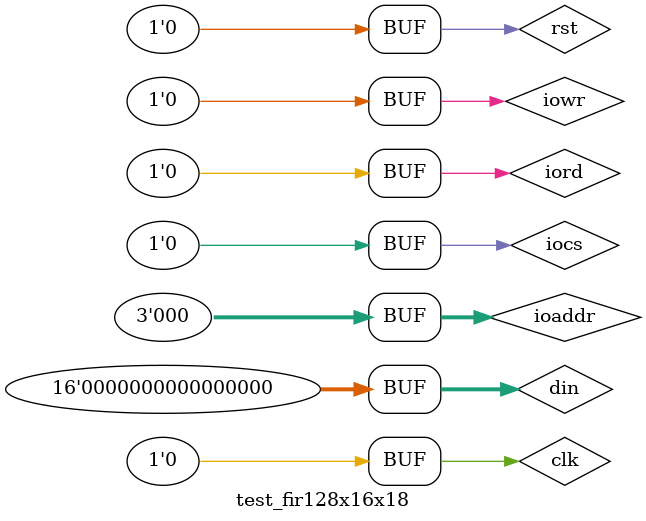
<source format=v>
`timescale 1ns / 1ps
module test_fir128x16x18;

	// Inputs
	reg [2:0] ioaddr;
	reg iocs;
	reg [15:0] din;
	reg iowr;
	reg iord;
	reg clk;
	reg rst;

	// Outputs
	wire [15:0] dout;

	// Instantiate the Unit Under Test (UUT)
	dfir128x16x18 uut (
		.ioaddr(ioaddr), 
		.iocs(iocs), 
		.din(din), 
		.iowr(iowr), 
		.iord(iord), 
		.dout(dout), 
		.clk(clk), 
		.rst(rst)
	);

	initial begin
		// Initialize Inputs
		ioaddr = 0;
		iocs = 0;
		din = 0;
		iowr = 0;
		iord = 0;
		clk = 0;
		rst = 0;

		// Wait 100 ns for global reset to finish
		#100;
      // Reset
		#5 clk = 0; rst = 1;
		#5 clk = 1;
		#5 clk = 0; rst = 0;
		#5 clk = 1;
		// Load Coefficients
		#5 clk = 0; iocs = 1; iowr = 1; ioaddr = 5; din = 0;
		#5 clk = 1;
		#5 clk = 0; iocs = 1; iowr = 1; ioaddr = 4; din = 2048;
		#5 clk = 1;
		#5 clk = 0; iocs = 1; iowr = 1; ioaddr = 4; din = 4096;
		#5 clk = 1;
		#5 clk = 0; iocs = 1; iowr = 1; ioaddr = 4; din = 8192;
		#5 clk = 1;
		#5 clk = 0; iocs = 1; iowr = 1; ioaddr = 4; din = 16384;
		#5 clk = 1;
		#5 clk = 0; iocs = 1; iowr = 1; ioaddr = 4; din = 8192;
		#5 clk = 1;
		#5 clk = 0; iocs = 1; iowr = 1; ioaddr = 4; din = 4096;
		#5 clk = 1;
		#5 clk = 0; iocs = 1; iowr = 1; ioaddr = 4; din = 2048;
		#5 clk = 1;
		#5 clk = 0; iocs = 0; iowr = 0; ioaddr = 0; din = 0;
		#5 clk = 1;
		// Test
		#5 clk = 0; iocs = 1; iowr = 1; ioaddr = 0; din = 16384; // data
		#5 clk = 1;
		#5 clk = 0; iocs = 1; iowr = 1; ioaddr = 2; din = 16'h0700; // start
		#5 clk = 1;
		repeat (7)
		begin
			#5 clk = 0; iocs = 0; iowr = 0; ioaddr = 0; din = 0;
			#5 clk = 1;
		end
		#5 clk = 0; iocs = 1; iord = 1; ioaddr = 2; // read status
		#5 clk = 1;
		#5 clk = 0; iocs = 0; iord = 0; ioaddr = 0;
		#5 clk = 1;
		#5 clk = 0; iocs = 1; iord = 1; ioaddr = 0; // read result
		#5 clk = 1;
		#5 clk = 0; iocs = 0; iord = 0; ioaddr = 0;
		#5 clk = 1;
		repeat (7)
		begin
			#5 clk = 0; iocs = 1; iowr = 1; ioaddr = 0; din = 0; // data
			#5 clk = 1;
			#5 clk = 0; iocs = 1; iowr = 1; ioaddr = 2; din = 16'h0700; // start
			#5 clk = 1;
			repeat (7)
			begin
				#5 clk = 0; iocs = 0; iowr = 0; ioaddr = 0; din = 0;
				#5 clk = 1;
			end
			#5 clk = 0; iocs = 1; iord = 1; ioaddr = 2; // read status
			#5 clk = 1;
			#5 clk = 0; iocs = 0; iord = 0; ioaddr = 0;
			#5 clk = 1;
			#5 clk = 0; iocs = 1; iord = 1; ioaddr = 0; // read result
			#5 clk = 1;
			#5 clk = 0; iocs = 0; iord = 0; ioaddr = 0;
			#5 clk = 1;
		end
		#5 clk = 0;
	end
      
endmodule


</source>
